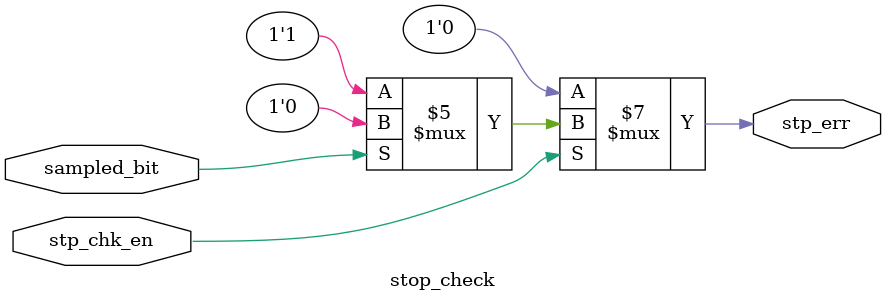
<source format=v>
module stop_check (
input  sampled_bit,
input  stp_chk_en,
output reg stp_err
	);
always @(*) begin
	if (stp_chk_en) begin
	 if (!sampled_bit) 
		 stp_err <= 'b1;
	else 
	     stp_err <= 'b0;
end
else stp_err <= 'b0;
end
endmodule
</source>
